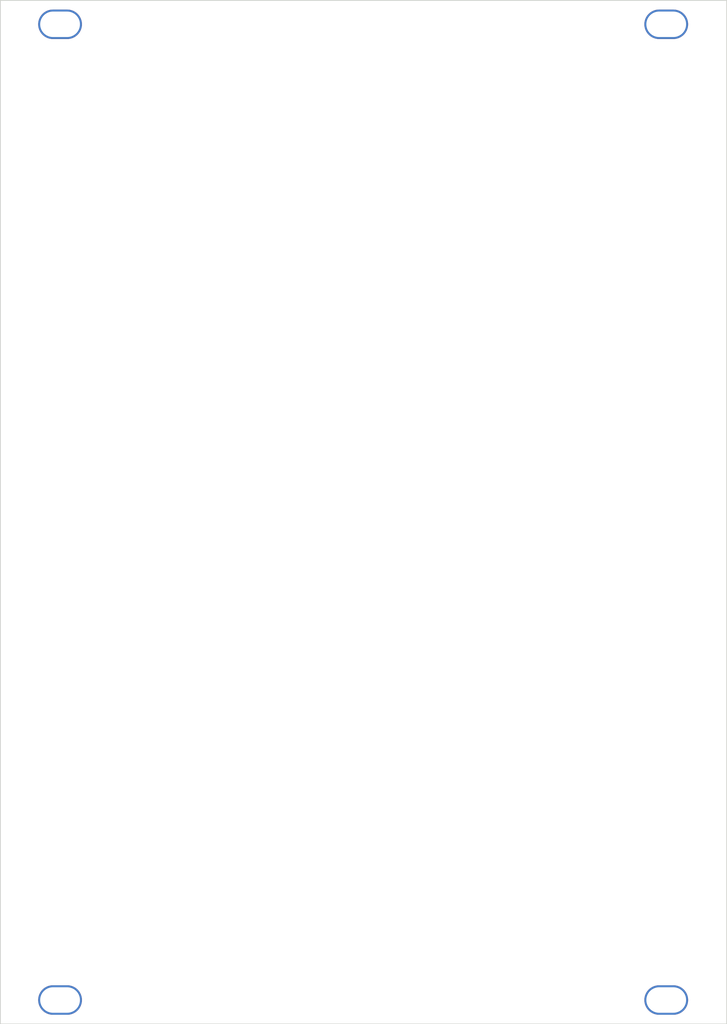
<source format=kicad_pcb>
(kicad_pcb (version 20211014) (generator pcbnew)
  (layers (0 "F.Cu" signal) (31 "B.Cu" signal) (34 "B.Paste" user) (35 "F.Paste" user) (36 "B.SilkS" user "B.Silkscreen") (37 "F.SilkS" user "F.Silkscreen") (38 "B.Mask" user) (39 "F.Mask" user) (44 "Edge.Cuts" user))
  (net 0 "")
  (footprint "" (layer "F.Cu") (at 7.5 125.5)
    (fp_text reference "" (at 0 0) (layer "F.SilkS") (effects (font (size 1.27 1.27))))
    (fp_text value "" (at 0 0) (layer "F.SilkS") (effects (font (size 1.27 1.27))))
    (pad "1" thru_hole oval (at 0 0) (size 5.5 3.7) (drill oval 5 3.2) (layers *.Cu *.Mask))
  )
  (footprint "" (layer "F.Cu") (at 83.7 3)
    (fp_text reference "" (at 0 0) (layer "F.SilkS") (effects (font (size 1.27 1.27))))
    (fp_text value "" (at 0 0) (layer "F.SilkS") (effects (font (size 1.27 1.27))))
    (pad "1" thru_hole oval (at 0 0) (size 5.5 3.7) (drill oval 5 3.2) (layers *.Cu *.Mask))
  )
  (footprint "" (layer "F.Cu") (at 7.5 3)
    (fp_text reference "" hide)
    (fp_text value "" hide)
    (pad "1" thru_hole oval (at 0 0) (size 5.5 3.7) (drill oval 5 3.2) (layers *.Cu *.Mask))
  )
  (footprint "" (layer "F.Cu") (at 83.7 125.5)
    (fp_text reference "" (at 0 0) (layer "F.SilkS") (effects (font (size 1.27 1.27))))
    (fp_text value "" (at 0 0) (layer "F.SilkS") (effects (font (size 1.27 1.27))))
    (pad "1" thru_hole oval (at 0 0) (size 5.5 3.7) (drill oval 5 3.2) (layers *.Cu *.Mask))
  )
  (gr_rect (start 0 0) (end 91.3 128.5) (layer "Edge.Cuts") (width 0.1) (fill none))
)
</source>
